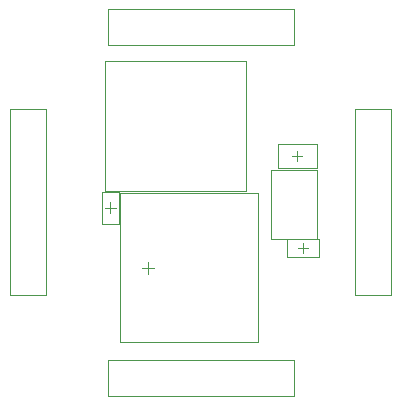
<source format=gbr>
G04*
G04 #@! TF.GenerationSoftware,Altium Limited,Altium Designer,25.8.1 (18)*
G04*
G04 Layer_Color=32768*
%FSLAX25Y25*%
%MOIN*%
G70*
G04*
G04 #@! TF.SameCoordinates,4631C722-686F-4E2B-9103-F4525CE58AF5*
G04*
G04*
G04 #@! TF.FilePolarity,Positive*
G04*
G01*
G75*
%ADD11C,0.00394*%
%ADD42C,0.00197*%
D11*
X374016Y293110D02*
X377953D01*
X375984Y291142D02*
Y295079D01*
X427559Y297835D02*
Y301378D01*
X425787Y299606D02*
X429331D01*
X416929Y302756D02*
Y325590D01*
X432283D01*
Y302756D02*
Y325590D01*
X416929Y302756D02*
X432283D01*
X425591Y328543D02*
Y332087D01*
X423819Y330315D02*
X427362D01*
X363386Y311319D02*
Y314862D01*
X361614Y313090D02*
X365158D01*
D42*
X361713Y318524D02*
X408563D01*
X361713D02*
Y361831D01*
X408563D01*
Y318524D02*
Y361831D01*
X412598Y268307D02*
Y317913D01*
X366535Y268307D02*
X412598D01*
X366535D02*
Y317913D01*
X366535D02*
X412598D01*
X422244Y296654D02*
X432874D01*
X422244Y302559D02*
X432874D01*
Y296654D02*
Y302559D01*
X422244Y296654D02*
Y302559D01*
X362677Y250315D02*
X424646D01*
X362677D02*
Y262283D01*
X424646D01*
Y250315D02*
Y262283D01*
X329842Y284016D02*
Y345984D01*
X341811D01*
Y284016D02*
Y345984D01*
X329842Y284016D02*
X341811D01*
X456772Y283858D02*
Y345827D01*
X444803Y283858D02*
X456772D01*
X444803D02*
Y345827D01*
X456772D01*
X362677Y379213D02*
X424646D01*
Y367244D02*
Y379213D01*
X362677Y367244D02*
X424646D01*
X362677D02*
Y379213D01*
X419095Y334252D02*
X432087D01*
X419095Y326378D02*
X432087D01*
X419095D02*
Y334252D01*
X432087Y326378D02*
Y334252D01*
X360433Y318406D02*
X366339D01*
X360433Y307776D02*
X366339D01*
Y318406D01*
X360433Y307776D02*
Y318406D01*
M02*

</source>
